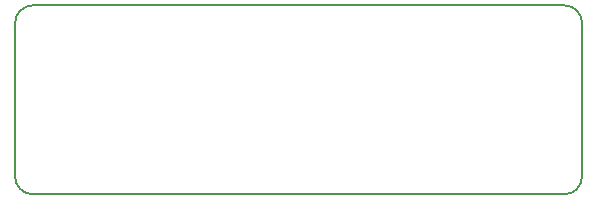
<source format=gbr>
%TF.GenerationSoftware,KiCad,Pcbnew,(5.1.8-0-10_14)*%
%TF.CreationDate,2021-04-16T18:19:52+02:00*%
%TF.ProjectId,SimpleCANAdapter,53696d70-6c65-4434-914e-416461707465,rev?*%
%TF.SameCoordinates,Original*%
%TF.FileFunction,Profile,NP*%
%FSLAX46Y46*%
G04 Gerber Fmt 4.6, Leading zero omitted, Abs format (unit mm)*
G04 Created by KiCad (PCBNEW (5.1.8-0-10_14)) date 2021-04-16 18:19:52*
%MOMM*%
%LPD*%
G01*
G04 APERTURE LIST*
%TA.AperFunction,Profile*%
%ADD10C,0.150000*%
%TD*%
G04 APERTURE END LIST*
D10*
X67800000Y-82525999D02*
X67800000Y-95525999D01*
X67800000Y-82525998D02*
G75*
G02*
X69300000Y-81026000I1499999J-1D01*
G01*
X114300000Y-81026000D02*
G75*
G02*
X115800000Y-82526000I0J-1500000D01*
G01*
X115800000Y-95525999D02*
X115800000Y-82526000D01*
X115800000Y-95525999D02*
G75*
G02*
X114300000Y-97025999I-1500000J0D01*
G01*
X69300000Y-97025999D02*
X114300000Y-97025999D01*
X69300000Y-97025999D02*
G75*
G02*
X67800000Y-95525999I0J1500000D01*
G01*
X114300000Y-81026000D02*
X69300000Y-81026000D01*
M02*

</source>
